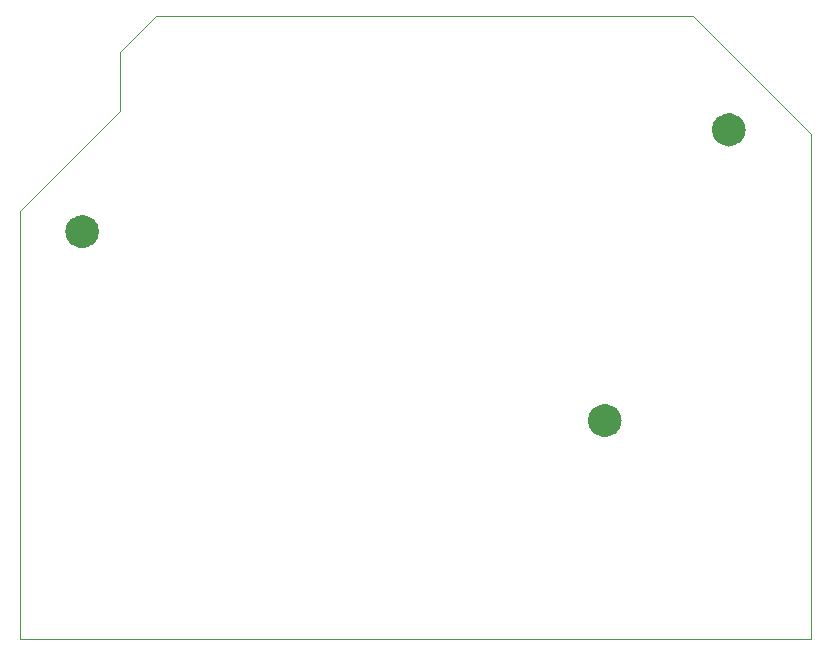
<source format=gbr>
%TF.GenerationSoftware,KiCad,Pcbnew,8.0.4*%
%TF.CreationDate,2025-07-27T19:27:03+02:00*%
%TF.ProjectId,GastroFocap,47617374-726f-4466-9f63-61702e6b6963,rev?*%
%TF.SameCoordinates,Original*%
%TF.FileFunction,Profile,NP*%
%FSLAX46Y46*%
G04 Gerber Fmt 4.6, Leading zero omitted, Abs format (unit mm)*
G04 Created by KiCad (PCBNEW 8.0.4) date 2025-07-27 19:27:03*
%MOMM*%
%LPD*%
G01*
G04 APERTURE LIST*
%TA.AperFunction,Profile*%
%ADD10C,0.050000*%
%TD*%
%TA.AperFunction,Profile*%
%ADD11C,1.425000*%
%TD*%
G04 APERTURE END LIST*
D10*
X59250000Y-49875000D02*
X58750000Y-50375000D01*
D11*
X118962500Y-44000000D02*
G75*
G02*
X117537500Y-44000000I-712500J0D01*
G01*
X117537500Y-44000000D02*
G75*
G02*
X118962500Y-44000000I712500J0D01*
G01*
D10*
X66750000Y-41375000D02*
X66750000Y-42375000D01*
X58250000Y-87125000D02*
X125250000Y-87125000D01*
X66750000Y-37375000D02*
X66750000Y-41375000D01*
X58250000Y-83625000D02*
X58250000Y-87125000D01*
D11*
X108462500Y-68625000D02*
G75*
G02*
X107037500Y-68625000I-712500J0D01*
G01*
X107037500Y-68625000D02*
G75*
G02*
X108462500Y-68625000I712500J0D01*
G01*
D10*
X69750000Y-34375000D02*
X66750000Y-37375000D01*
X58250000Y-50875000D02*
X58250000Y-83625000D01*
X58750000Y-50375000D02*
X58250000Y-50875000D01*
D11*
X64212500Y-52625000D02*
G75*
G02*
X62787500Y-52625000I-712500J0D01*
G01*
X62787500Y-52625000D02*
G75*
G02*
X64212500Y-52625000I712500J0D01*
G01*
D10*
X115250000Y-34375000D02*
X125250000Y-44375000D01*
X66750000Y-42375000D02*
X59250000Y-49875000D01*
X125250000Y-44375000D02*
X125250000Y-87125000D01*
X69750000Y-34375000D02*
X115250000Y-34375000D01*
M02*

</source>
